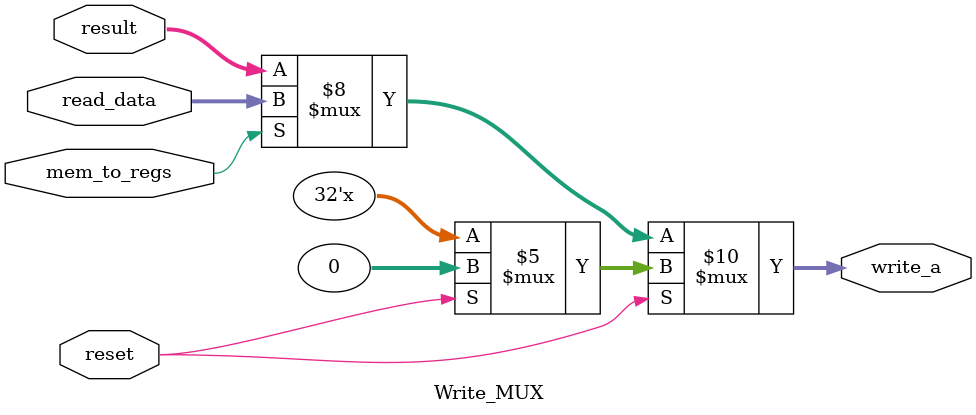
<source format=v>
module Register_File
(
  input wire reset,
  input wire clk,
  input wire [4:0] read_a_select,
  input wire [4:0] read_b_select,
  input wire [4:0] write_a_select,
  input wire [31:0] write_a,
  input wire write_flag,
  output reg [31:0] read_a,
  output reg [31:0] read_b
);

  reg [31:0] registers [0:31];

  integer i,file;
  always @(reset, read_b_select, read_a_select, registers[i]) 
  begin

    if(reset == 1) begin
      read_a <= 0;
      read_b <= 0;
      for(i = 0; i < 32; i = i + 1) 
      begin
        registers[i]<=1;
      end     
      end

    if (reset == 0) begin
      if (read_a_select != 0) begin
        read_a <= registers[read_a_select];
      end
      if (read_b_select != 0) begin
        read_b <= registers[read_b_select];
      end
    end

  end
  
  always @(posedge clk) begin
    if (reset == 0) begin
      if (write_flag && (write_a_select > 0)) 
      begin
         registers[write_a_select] <= write_a;
         file = $fopen("C:/Users/ASUS/OneDrive/Desktop/Project Proposal/RV32_APX/output.txt", "a");
         $fwrite(file, "%d\n", write_a);
      end
    end
  end
endmodule

module Write_MUX 
(
  input wire reset,
  output reg [31:0] write_a,
  input wire mem_to_regs,
  input wire [31:0] result,
  input wire [31:0] read_data
);
always @(reset, mem_to_regs, read_data, result) begin
  if (reset == 1) 
  begin
      write_a <= 0;
  end
  if (reset == 0) 
  begin
    if (mem_to_regs)
      write_a <= read_data;
    else
      write_a <= result;
  end
end
endmodule

</source>
